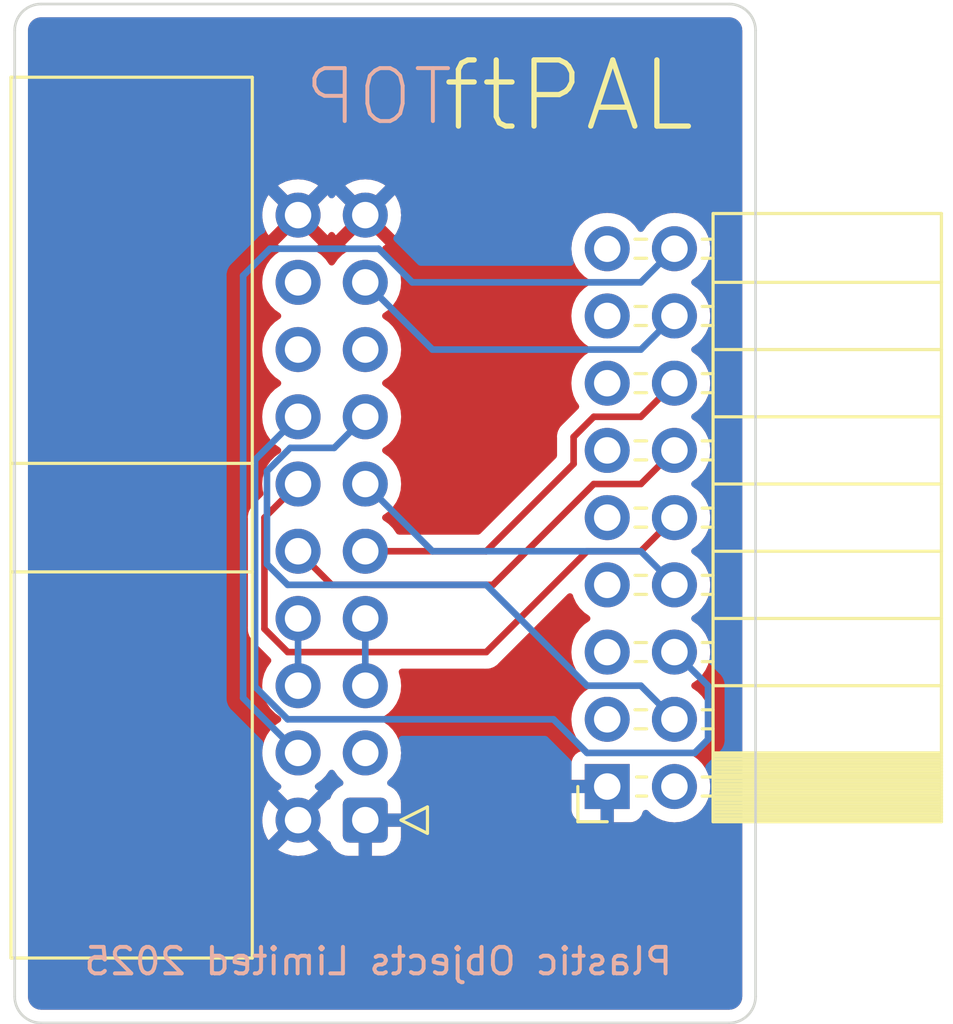
<source format=kicad_pcb>
(kicad_pcb (version 20221018) (generator pcbnew)
  (layers (0 "F.Cu" signal) (31 "B.Cu" signal) (34 "B.Paste" user) (35 "F.Paste" user) (36 "B.SilkS" user "B.Silkscreen") (37 "F.SilkS" user "F.Silkscreen") (38 "B.Mask" user) (39 "F.Mask" user) (44 "Edge.Cuts" user))
  (net 0 "")
  (net 1 "/MMV_PULSES")
  (net 2 "/COUNT_IN")
  (net 3 "/LOAD_IN")
  (net 4 "/LOAD_OUT")
  (net 5 "/CLK")
  (net 6 "/DATA_OUT")
  (net 7 "/TRIGGER_X")
  (net 8 "/TRIGGER_Y")
  (net 9 "/POTI_X")
  (net 10 "/POTI_Y")
  (net 11 "/DATA_IN")
  (net 14 "/GND")
  (footprint "Connector_PinSocket_2.54mm:PinSocket_2x09_P2.54mm_Horizontal" (layer "F.Cu") (at 104.394 83.566 180)
    (fp_text reference "J1" hide)
    (fp_text value "Conn_RIOT")
    (fp_line (start -12.63 -1.33) (end -12.63 21.65) (stroke (width 0.12)) (layer "F.SilkS"))
    (fp_line (start -12.63 -1.33) (end -4 -1.33) (stroke (width 0.12)) (layer "F.SilkS"))
    (fp_line (start -12.63 -1.21) (end -4 -1.21) (stroke (width 0.12)) (layer "F.SilkS"))
    (fp_line (start -12.63 -1.091905) (end -4 -1.091905) (stroke (width 0.12)) (layer "F.SilkS"))
    (fp_line (start -12.63 -0.97381) (end -4 -0.97381) (stroke (width 0.12)) (layer "F.SilkS"))
    (fp_line (start -12.63 -0.855715) (end -4 -0.855715) (stroke (width 0.12)) (layer "F.SilkS"))
    (fp_line (start -12.63 -0.73762) (end -4 -0.73762) (stroke (width 0.12)) (layer "F.SilkS"))
    (fp_line (start -12.63 -0.619525) (end -4 -0.619525) (stroke (width 0.12)) (layer "F.SilkS"))
    (fp_line (start -12.63 -0.50143) (end -4 -0.50143) (stroke (width 0.12)) (layer "F.SilkS"))
    (fp_line (start -12.63 -0.383335) (end -4 -0.383335) (stroke (width 0.12)) (layer "F.SilkS"))
    (fp_line (start -12.63 -0.26524) (end -4 -0.26524) (stroke (width 0.12)) (layer "F.SilkS"))
    (fp_line (start -12.63 -0.147145) (end -4 -0.147145) (stroke (width 0.12)) (layer "F.SilkS"))
    (fp_line (start -12.63 -0.02905) (end -4 -0.02905) (stroke (width 0.12)) (layer "F.SilkS"))
    (fp_line (start -12.63 0.089045) (end -4 0.089045) (stroke (width 0.12)) (layer "F.SilkS"))
    (fp_line (start -12.63 0.20714) (end -4 0.20714) (stroke (width 0.12)) (layer "F.SilkS"))
    (fp_line (start -12.63 0.325235) (end -4 0.325235) (stroke (width 0.12)) (layer "F.SilkS"))
    (fp_line (start -12.63 0.44333) (end -4 0.44333) (stroke (width 0.12)) (layer "F.SilkS"))
    (fp_line (start -12.63 0.561425) (end -4 0.561425) (stroke (width 0.12)) (layer "F.SilkS"))
    (fp_line (start -12.63 0.67952) (end -4 0.67952) (stroke (width 0.12)) (layer "F.SilkS"))
    (fp_line (start -12.63 0.797615) (end -4 0.797615) (stroke (width 0.12)) (layer "F.SilkS"))
    (fp_line (start -12.63 0.91571) (end -4 0.91571) (stroke (width 0.12)) (layer "F.SilkS"))
    (fp_line (start -12.63 1.033805) (end -4 1.033805) (stroke (width 0.12)) (layer "F.SilkS"))
    (fp_line (start -12.63 1.1519) (end -4 1.1519) (stroke (width 0.12)) (layer "F.SilkS"))
    (fp_line (start -12.63 1.27) (end -4 1.27) (stroke (width 0.12)) (layer "F.SilkS"))
    (fp_line (start -12.63 3.81) (end -4 3.81) (stroke (width 0.12)) (layer "F.SilkS"))
    (fp_line (start -12.63 6.35) (end -4 6.35) (stroke (width 0.12)) (layer "F.SilkS"))
    (fp_line (start -12.63 8.89) (end -4 8.89) (stroke (width 0.12)) (layer "F.SilkS"))
    (fp_line (start -12.63 11.43) (end -4 11.43) (stroke (width 0.12)) (layer "F.SilkS"))
    (fp_line (start -12.63 13.97) (end -4 13.97) (stroke (width 0.12)) (layer "F.SilkS"))
    (fp_line (start -12.63 16.51) (end -4 16.51) (stroke (width 0.12)) (layer "F.SilkS"))
    (fp_line (start -12.63 19.05) (end -4 19.05) (stroke (width 0.12)) (layer "F.SilkS"))
    (fp_line (start -12.63 21.65) (end -4 21.65) (stroke (width 0.12)) (layer "F.SilkS"))
    (fp_line (start -4 -1.33) (end -4 21.65) (stroke (width 0.12)) (layer "F.SilkS"))
    (fp_line (start -4 -0.36) (end -3.59 -0.36) (stroke (width 0.12)) (layer "F.SilkS"))
    (fp_line (start -4 0.36) (end -3.59 0.36) (stroke (width 0.12)) (layer "F.SilkS"))
    (fp_line (start -4 2.18) (end -3.59 2.18) (stroke (width 0.12)) (layer "F.SilkS"))
    (fp_line (start -4 2.9) (end -3.59 2.9) (stroke (width 0.12)) (layer "F.SilkS"))
    (fp_line (start -4 4.72) (end -3.59 4.72) (stroke (width 0.12)) (layer "F.SilkS"))
    (fp_line (start -4 5.44) (end -3.59 5.44) (stroke (width 0.12)) (layer "F.SilkS"))
    (fp_line (start -4 7.26) (end -3.59 7.26) (stroke (width 0.12)) (layer "F.SilkS"))
    (fp_line (start -4 7.98) (end -3.59 7.98) (stroke (width 0.12)) (layer "F.SilkS"))
    (fp_line (start -4 9.8) (end -3.59 9.8) (stroke (width 0.12)) (layer "F.SilkS"))
    (fp_line (start -4 10.52) (end -3.59 10.52) (stroke (width 0.12)) (layer "F.SilkS"))
    (fp_line (start -4 12.34) (end -3.59 12.34) (stroke (width 0.12)) (layer "F.SilkS"))
    (fp_line (start -4 13.06) (end -3.59 13.06) (stroke (width 0.12)) (layer "F.SilkS"))
    (fp_line (start -4 14.88) (end -3.59 14.88) (stroke (width 0.12)) (layer "F.SilkS"))
    (fp_line (start -4 15.6) (end -3.59 15.6) (stroke (width 0.12)) (layer "F.SilkS"))
    (fp_line (start -4 17.42) (end -3.59 17.42) (stroke (width 0.12)) (layer "F.SilkS"))
    (fp_line (start -4 18.14) (end -3.59 18.14) (stroke (width 0.12)) (layer "F.SilkS"))
    (fp_line (start -4 19.96) (end -3.59 19.96) (stroke (width 0.12)) (layer "F.SilkS"))
    (fp_line (start -4 20.68) (end -3.59 20.68) (stroke (width 0.12)) (layer "F.SilkS"))
    (fp_line (start -1.49 -0.36) (end -1.11 -0.36) (stroke (width 0.12)) (layer "F.SilkS"))
    (fp_line (start -1.49 0.36) (end -1.11 0.36) (stroke (width 0.12)) (layer "F.SilkS"))
    (fp_line (start -1.49 2.18) (end -1.05 2.18) (stroke (width 0.12)) (layer "F.SilkS"))
    (fp_line (start -1.49 2.9) (end -1.05 2.9) (stroke (width 0.12)) (layer "F.SilkS"))
    (fp_line (start -1.49 4.72) (end -1.05 4.72) (stroke (width 0.12)) (layer "F.SilkS"))
    (fp_line (start -1.49 5.44) (end -1.05 5.44) (stroke (width 0.12)) (layer "F.SilkS"))
    (fp_line (start -1.49 7.26) (end -1.05 7.26) (stroke (width 0.12)) (layer "F.SilkS"))
    (fp_line (start -1.49 7.98) (end -1.05 7.98) (stroke (width 0.12)) (layer "F.SilkS"))
    (fp_line (start -1.49 9.8) (end -1.05 9.8) (stroke (width 0.12)) (layer "F.SilkS"))
    (fp_line (start -1.49 10.52) (end -1.05 10.52) (stroke (width 0.12)) (layer "F.SilkS"))
    (fp_line (start -1.49 12.34) (end -1.05 12.34) (stroke (width 0.12)) (layer "F.SilkS"))
    (fp_line (start -1.49 13.06) (end -1.05 13.06) (stroke (width 0.12)) (layer "F.SilkS"))
    (fp_line (start -1.49 14.88) (end -1.05 14.88) (stroke (width 0.12)) (layer "F.SilkS"))
    (fp_line (start -1.49 15.6) (end -1.05 15.6) (stroke (width 0.12)) (layer "F.SilkS"))
    (fp_line (start -1.49 17.42) (end -1.05 17.42) (stroke (width 0.12)) (layer "F.SilkS"))
    (fp_line (start -1.49 18.14) (end -1.05 18.14) (stroke (width 0.12)) (layer "F.SilkS"))
    (fp_line (start -1.49 19.96) (end -1.05 19.96) (stroke (width 0.12)) (layer "F.SilkS"))
    (fp_line (start -1.49 20.68) (end -1.05 20.68) (stroke (width 0.12)) (layer "F.SilkS"))
    (fp_line (start 0 -1.33) (end 1.11 -1.33) (stroke (width 0.12)) (layer "F.SilkS"))
    (fp_line (start 1.11 -1.33) (end 1.11 0) (stroke (width 0.12)) (layer "F.SilkS"))
    (pad "1" thru_hole rect (at 0 0 180) (size 1.7 1.7) (drill 1) (layers "*.Cu" "*.Mask") (net 14 "/GND"))
    (pad "2" thru_hole oval (at -2.54 0 180) (size 1.7 1.7) (drill 1) (layers "*.Cu" "*.Mask"))
    (pad "3" thru_hole oval (at 0 2.54 180) (size 1.7 1.7) (drill 1) (layers "*.Cu" "*.Mask"))
    (pad "4" thru_hole oval (at -2.54 2.54 180) (size 1.7 1.7) (drill 1) (layers "*.Cu" "*.Mask") (net 4 "/LOAD_OUT"))
    (pad "5" thru_hole oval (at 0 5.08 180) (size 1.7 1.7) (drill 1) (layers "*.Cu" "*.Mask"))
    (pad "6" thru_hole oval (at -2.54 5.08 180) (size 1.7 1.7) (drill 1) (layers "*.Cu" "*.Mask") (net 3 "/LOAD_IN"))
    (pad "7" thru_hole oval (at 0 7.62 180) (size 1.7 1.7) (drill 1) (layers "*.Cu" "*.Mask"))
    (pad "8" thru_hole oval (at -2.54 7.62 180) (size 1.7 1.7) (drill 1) (layers "*.Cu" "*.Mask") (net 6 "/DATA_OUT"))
    (pad "9" thru_hole oval (at 0 10.16 180) (size 1.7 1.7) (drill 1) (layers "*.Cu" "*.Mask"))
    (pad "10" thru_hole oval (at -2.54 10.16 180) (size 1.7 1.7) (drill 1) (layers "*.Cu" "*.Mask") (net 5 "/CLK"))
    (pad "11" thru_hole oval (at 0 12.7 180) (size 1.7 1.7) (drill 1) (layers "*.Cu" "*.Mask"))
    (pad "12" thru_hole oval (at -2.54 12.7 180) (size 1.7 1.7) (drill 1) (layers "*.Cu" "*.Mask") (net 7 "/TRIGGER_X"))
    (pad "13" thru_hole oval (at 0 15.24 180) (size 1.7 1.7) (drill 1) (layers "*.Cu" "*.Mask"))
    (pad "14" thru_hole oval (at -2.54 15.24 180) (size 1.7 1.7) (drill 1) (layers "*.Cu" "*.Mask") (net 8 "/TRIGGER_Y"))
    (pad "15" thru_hole oval (at 0 17.78 180) (size 1.7 1.7) (drill 1) (layers "*.Cu" "*.Mask"))
    (pad "16" thru_hole oval (at -2.54 17.78 180) (size 1.7 1.7) (drill 1) (layers "*.Cu" "*.Mask") (net 2 "/COUNT_IN"))
    (pad "17" thru_hole oval (at 0 20.32 180) (size 1.7 1.7) (drill 1) (layers "*.Cu" "*.Mask"))
    (pad "18" thru_hole oval (at -2.54 20.32 180) (size 1.7 1.7) (drill 1) (layers "*.Cu" "*.Mask") (net 11 "/DATA_IN"))
  )
  (footprint "Connector_IDC:IDC-Header_2x10_P2.54mm_Horizontal" (layer "F.Cu") (at 95.25 84.836 180)
    (fp_text reference "J2" hide)
    (fp_text value "Conn_ft")
    (fp_line (start -2.35 -0.5) (end -2.35 0.5) (stroke (width 0.12)) (layer "F.SilkS"))
    (fp_line (start -2.35 0.5) (end -1.35 0) (stroke (width 0.12)) (layer "F.SilkS"))
    (fp_line (start -1.35 0) (end -2.35 -0.5) (stroke (width 0.12)) (layer "F.SilkS"))
    (fp_line (start 4.27 -5.21) (end 13.39 -5.21) (stroke (width 0.12)) (layer "F.SilkS"))
    (fp_line (start 4.27 9.38) (end 13.39 9.38) (stroke (width 0.12)) (layer "F.SilkS"))
    (fp_line (start 4.27 13.48) (end 13.39 13.48) (stroke (width 0.12)) (layer "F.SilkS"))
    (fp_line (start 4.27 28.07) (end 4.27 -5.21) (stroke (width 0.12)) (layer "F.SilkS"))
    (fp_line (start 13.39 -5.21) (end 13.39 28.07) (stroke (width 0.12)) (layer "F.SilkS"))
    (fp_line (start 13.39 28.07) (end 4.27 28.07) (stroke (width 0.12)) (layer "F.SilkS"))
    (pad "1" thru_hole roundrect (at 0 0 180) (size 1.7 1.7) (drill 1) (layers "*.Cu" "*.Mask") (roundrect_rratio 0.147059) (net 14 "/GND"))
    (pad "2" thru_hole circle (at 2.54 0 180) (size 1.7 1.7) (drill 1) (layers "*.Cu" "*.Mask") (net 14 "/GND"))
    (pad "3" thru_hole circle (at 0 2.54 180) (size 1.7 1.7) (drill 1) (layers "*.Cu" "*.Mask"))
    (pad "4" thru_hole circle (at 2.54 2.54 180) (size 1.7 1.7) (drill 1) (layers "*.Cu" "*.Mask") (net 11 "/DATA_IN"))
    (pad "5" thru_hole circle (at 0 5.08 180) (size 1.7 1.7) (drill 1) (layers "*.Cu" "*.Mask") (net 10 "/POTI_Y"))
    (pad "6" thru_hole circle (at 2.54 5.08 180) (size 1.7 1.7) (drill 1) (layers "*.Cu" "*.Mask") (net 9 "/POTI_X"))
    (pad "7" thru_hole circle (at 0 7.62 180) (size 1.7 1.7) (drill 1) (layers "*.Cu" "*.Mask") (net 10 "/POTI_Y"))
    (pad "8" thru_hole circle (at 2.54 7.62 180) (size 1.7 1.7) (drill 1) (layers "*.Cu" "*.Mask") (net 9 "/POTI_X"))
    (pad "9" thru_hole circle (at 0 10.16 180) (size 1.7 1.7) (drill 1) (layers "*.Cu" "*.Mask") (net 8 "/TRIGGER_Y"))
    (pad "10" thru_hole circle (at 2.54 10.16 180) (size 1.7 1.7) (drill 1) (layers "*.Cu" "*.Mask") (net 7 "/TRIGGER_X"))
    (pad "11" thru_hole circle (at 0 12.7 180) (size 1.7 1.7) (drill 1) (layers "*.Cu" "*.Mask") (net 6 "/DATA_OUT"))
    (pad "12" thru_hole circle (at 2.54 12.7 180) (size 1.7 1.7) (drill 1) (layers "*.Cu" "*.Mask") (net 5 "/CLK"))
    (pad "13" thru_hole circle (at 0 15.24 180) (size 1.7 1.7) (drill 1) (layers "*.Cu" "*.Mask") (net 4 "/LOAD_OUT"))
    (pad "14" thru_hole circle (at 2.54 15.24 180) (size 1.7 1.7) (drill 1) (layers "*.Cu" "*.Mask") (net 3 "/LOAD_IN"))
    (pad "15" thru_hole circle (at 0 17.78 180) (size 1.7 1.7) (drill 1) (layers "*.Cu" "*.Mask"))
    (pad "16" thru_hole circle (at 2.54 17.78 180) (size 1.7 1.7) (drill 1) (layers "*.Cu" "*.Mask"))
    (pad "17" thru_hole circle (at 0 20.32 180) (size 1.7 1.7) (drill 1) (layers "*.Cu" "*.Mask") (net 2 "/COUNT_IN"))
    (pad "18" thru_hole circle (at 2.54 20.32 180) (size 1.7 1.7) (drill 1) (layers "*.Cu" "*.Mask") (net 1 "/MMV_PULSES"))
    (pad "19" thru_hole circle (at 0 22.86 180) (size 1.7 1.7) (drill 1) (layers "*.Cu" "*.Mask") (net 14 "/GND"))
    (pad "20" thru_hole circle (at 2.54 22.86 180) (size 1.7 1.7) (drill 1) (layers "*.Cu" "*.Mask") (net 14 "/GND"))
  )
  (gr_arc (start 83 92.5) (mid 82.292894 92.207107) (end 82 91.5) (stroke (width 0.1)) (layer "Edge.Cuts"))
  (gr_line (start 110 55) (end 110 91.5) (stroke (width 0.1)) (layer "Edge.Cuts"))
  (gr_line (start 82 55) (end 82 91.5) (stroke (width 0.1)) (layer "Edge.Cuts"))
  (gr_line (start 83 54) (end 109 54) (stroke (width 0.1)) (layer "Edge.Cuts"))
  (gr_line (start 83 92.5) (end 109 92.5) (stroke (width 0.1)) (layer "Edge.Cuts"))
  (gr_arc (start 110 91.5) (mid 109.707107 92.207106) (end 109 92.5) (stroke (width 0.1)) (layer "Edge.Cuts"))
  (gr_arc (start 109 54) (mid 109.707106 54.292893) (end 110 55) (stroke (width 0.1)) (layer "Edge.Cuts"))
  (gr_arc (start 82 55) (mid 82.292893 54.292894) (end 83 54) (stroke (width 0.1)) (layer "Edge.Cuts"))
  (gr_text "Plastic Objects Limited 2025" (at 106.934 90.17) (layer "B.SilkS") (effects (font (size 1 1)) (justify left mirror)))
  (gr_text "TOP" (at 95.758 58.674) (layer "B.SilkS") (effects (font (size 2 2)) (justify bottom mirror)))
  (gr_text "ftPAL" (at 98.044 58.928) (layer "F.SilkS") (effects (font (size 2.5 2.5) (thickness 0.2)) (justify left bottom)))
  (segment (start 97.79 67.056) (end 105.664 67.056) (width 0.25) (layer "B.Cu") (net 2))
  (segment (start 105.664 67.056) (end 106.934 65.786) (width 0.25) (layer "B.Cu") (net 2))
  (segment (start 95.25 64.516) (end 97.79 67.056) (width 0.25) (layer "B.Cu") (net 2))
  (segment (start 91.085 71.221) (end 92.71 69.596) (width 0.25) (layer "B.Cu") (net 3))
  (segment (start 108.204 81.788) (end 107.696 82.296) (width 0.25) (layer "B.Cu") (net 3))
  (segment (start 91.085 79.792701) (end 91.085 71.221) (width 0.25) (layer "B.Cu") (net 3))
  (segment (start 107.696 82.296) (end 103.632 82.296) (width 0.25) (layer "B.Cu") (net 3))
  (segment (start 102.362 81.026) (end 92.318299 81.026) (width 0.25) (layer "B.Cu") (net 3))
  (segment (start 108.204 79.756) (end 108.204 81.788) (width 0.25) (layer "B.Cu") (net 3))
  (segment (start 103.632 82.296) (end 102.362 81.026) (width 0.25) (layer "B.Cu") (net 3))
  (segment (start 92.318299 81.026) (end 91.085 79.792701) (width 0.25) (layer "B.Cu") (net 3))
  (segment (start 106.934 78.486) (end 108.204 79.756) (width 0.25) (layer "B.Cu") (net 3))
  (segment (start 105.664 79.756) (end 103.632 79.756) (width 0.25) (layer "B.Cu") (net 4))
  (segment (start 99.822 75.946) (end 92.318299 75.946) (width 0.25) (layer "B.Cu") (net 4))
  (segment (start 94.075 70.771) (end 95.25 69.596) (width 0.25) (layer "B.Cu") (net 4))
  (segment (start 103.632 79.756) (end 99.822 75.946) (width 0.25) (layer "B.Cu") (net 4))
  (segment (start 92.318299 75.946) (end 91.535 75.162701) (width 0.25) (layer "B.Cu") (net 4))
  (segment (start 91.535 75.162701) (end 91.535 71.649299) (width 0.25) (layer "B.Cu") (net 4))
  (segment (start 106.934 81.026) (end 105.664 79.756) (width 0.25) (layer "B.Cu") (net 4))
  (segment (start 91.535 71.649299) (end 92.413299 70.771) (width 0.25) (layer "B.Cu") (net 4))
  (segment (start 92.413299 70.771) (end 94.075 70.771) (width 0.25) (layer "B.Cu") (net 4))
  (segment (start 91.44 77.607701) (end 92.318299 78.486) (width 0.25) (layer "F.Cu") (net 5))
  (segment (start 105.664 74.676) (end 106.934 73.406) (width 0.25) (layer "F.Cu") (net 5))
  (segment (start 92.71 72.136) (end 91.44 73.406) (width 0.25) (layer "F.Cu") (net 5))
  (segment (start 99.822 78.486) (end 103.632 74.676) (width 0.25) (layer "F.Cu") (net 5))
  (segment (start 103.632 74.676) (end 105.664 74.676) (width 0.25) (layer "F.Cu") (net 5))
  (segment (start 92.318299 78.486) (end 99.822 78.486) (width 0.25) (layer "F.Cu") (net 5))
  (segment (start 91.44 73.406) (end 91.44 77.607701) (width 0.25) (layer "F.Cu") (net 5))
  (segment (start 97.79 74.676) (end 95.25 72.136) (width 0.25) (layer "B.Cu") (net 6))
  (segment (start 105.664 74.676) (end 97.79 74.676) (width 0.25) (layer "B.Cu") (net 6))
  (segment (start 106.934 75.946) (end 105.664 74.676) (width 0.25) (layer "B.Cu") (net 6))
  (segment (start 92.71 74.676) (end 93.98 75.946) (width 0.25) (layer "F.Cu") (net 7))
  (segment (start 100.076 75.946) (end 103.886 72.136) (width 0.25) (layer "F.Cu") (net 7))
  (segment (start 105.664 72.136) (end 106.934 70.866) (width 0.25) (layer "F.Cu") (net 7))
  (segment (start 103.886 72.136) (end 105.664 72.136) (width 0.25) (layer "F.Cu") (net 7))
  (segment (start 93.98 75.946) (end 100.076 75.946) (width 0.25) (layer "F.Cu") (net 7))
  (segment (start 103.124 71.374) (end 103.124 70.358) (width 0.25) (layer "F.Cu") (net 8))
  (segment (start 95.25 74.676) (end 99.822 74.676) (width 0.25) (layer "F.Cu") (net 8))
  (segment (start 103.124 70.358) (end 103.886 69.596) (width 0.25) (layer "F.Cu") (net 8))
  (segment (start 99.822 74.676) (end 103.124 71.374) (width 0.25) (layer "F.Cu") (net 8))
  (segment (start 105.664 69.596) (end 106.934 68.326) (width 0.25) (layer "F.Cu") (net 8))
  (segment (start 103.886 69.596) (end 105.664 69.596) (width 0.25) (layer "F.Cu") (net 8))
  (segment (start 92.71 77.216) (end 92.71 79.756) (width 0.25) (layer "B.Cu") (net 9))
  (segment (start 95.25 77.216) (end 95.25 79.756) (width 0.25) (layer "B.Cu") (net 10))
  (segment (start 91.651 63.246) (end 90.635 64.262) (width 0.25) (layer "B.Cu") (net 11))
  (segment (start 105.664 64.516) (end 97.028 64.516) (width 0.25) (layer "B.Cu") (net 11))
  (segment (start 97.028 64.516) (end 95.758 63.246) (width 0.25) (layer "B.Cu") (net 11))
  (segment (start 106.934 63.246) (end 105.664 64.516) (width 0.25) (layer "B.Cu") (net 11))
  (segment (start 95.758 63.246) (end 91.651 63.246) (width 0.25) (layer "B.Cu") (net 11))
  (segment (start 90.635 80.221) (end 92.71 82.296) (width 0.25) (layer "B.Cu") (net 11))
  (segment (start 90.635 64.262) (end 90.635 80.221) (width 0.25) (layer "B.Cu") (net 11))
  (zone (net 14) (net_name "/GND") (layers "F&B.Cu") (connect_pads (clearance 0.5)) (min_thickness 0.25) (fill yes (thermal_gap 0.5) (thermal_bridge_width 0.5))
    (polygon (pts (xy 109.982 53.848) (xy 109.982 92.456) (xy 82.042 92.456) (xy 82.042 53.848)))
  )
)
</source>
